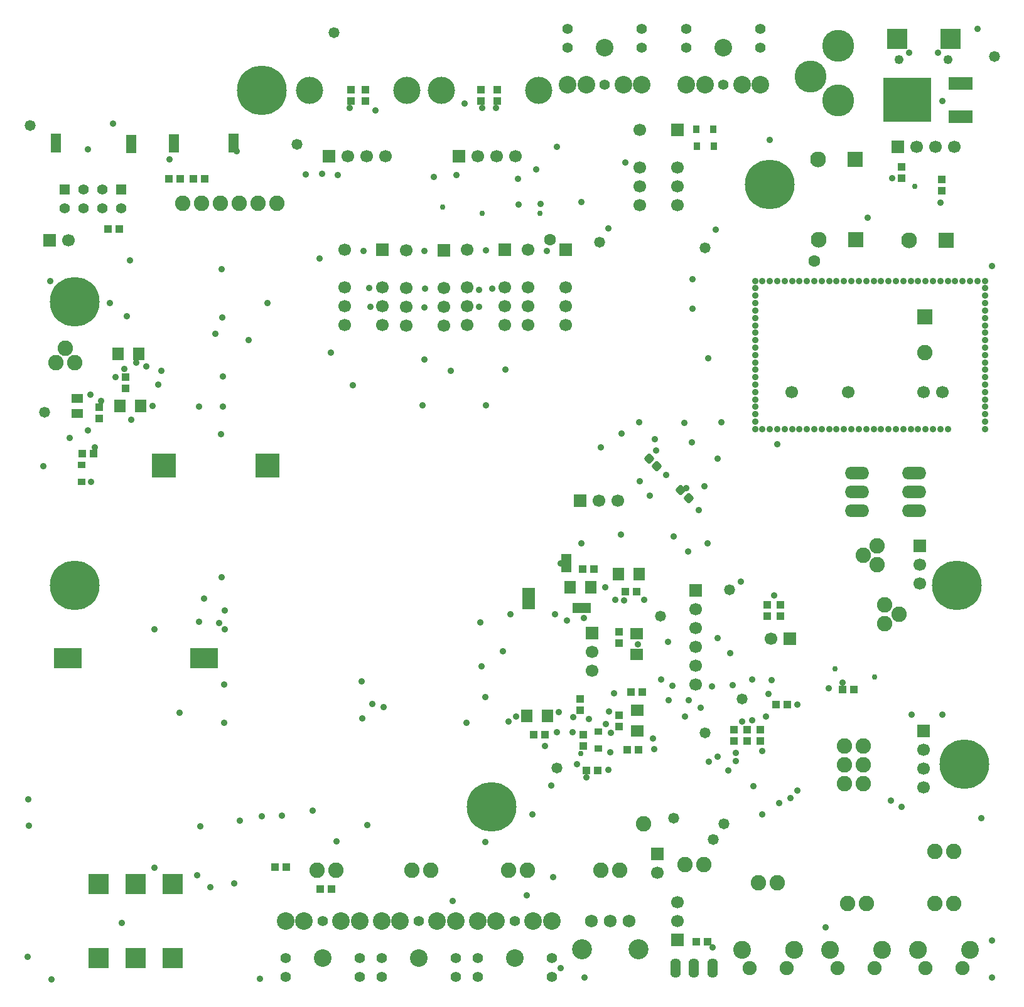
<source format=gbs>
G04 Layer_Color=16711935*
%FSLAX24Y24*%
%MOIN*%
G70*
G01*
G75*
%ADD90C,0.0000*%
G04:AMPARAMS|DCode=125|XSize=42.9mil|YSize=42.9mil|CornerRadius=8.3mil|HoleSize=0mil|Usage=FLASHONLY|Rotation=270.000|XOffset=0mil|YOffset=0mil|HoleType=Round|Shape=RoundedRectangle|*
%AMROUNDEDRECTD125*
21,1,0.0429,0.0262,0,0,270.0*
21,1,0.0262,0.0429,0,0,270.0*
1,1,0.0166,-0.0131,-0.0131*
1,1,0.0166,-0.0131,0.0131*
1,1,0.0166,0.0131,0.0131*
1,1,0.0166,0.0131,-0.0131*
%
%ADD125ROUNDEDRECTD125*%
G04:AMPARAMS|DCode=126|XSize=42.9mil|YSize=42.9mil|CornerRadius=8.3mil|HoleSize=0mil|Usage=FLASHONLY|Rotation=0.000|XOffset=0mil|YOffset=0mil|HoleType=Round|Shape=RoundedRectangle|*
%AMROUNDEDRECTD126*
21,1,0.0429,0.0262,0,0,0.0*
21,1,0.0262,0.0429,0,0,0.0*
1,1,0.0166,0.0131,-0.0131*
1,1,0.0166,-0.0131,-0.0131*
1,1,0.0166,-0.0131,0.0131*
1,1,0.0166,0.0131,0.0131*
%
%ADD126ROUNDEDRECTD126*%
%ADD131R,0.0630X0.0709*%
%ADD134R,0.0329X0.0579*%
%ADD136R,0.0406X0.0327*%
%ADD139R,0.0327X0.0406*%
%ADD146C,0.2638*%
%ADD147C,0.0669*%
%ADD148R,0.0669X0.0669*%
%ADD149R,0.0669X0.0669*%
%ADD150R,0.0819X0.0819*%
%ADD151C,0.0819*%
%ADD152R,0.1260X0.1260*%
%ADD153R,0.1496X0.1102*%
%ADD154R,0.1079X0.1079*%
%ADD155O,0.0559X0.1039*%
%ADD156C,0.0551*%
%ADD157C,0.0939*%
%ADD158O,0.1279X0.0679*%
%ADD159C,0.0839*%
%ADD160R,0.0839X0.0839*%
%ADD161C,0.0354*%
%ADD162C,0.0492*%
%ADD163R,0.1063X0.1063*%
%ADD164C,0.0551*%
%ADD165R,0.0551X0.0551*%
%ADD166C,0.1444*%
%ADD167C,0.1699*%
%ADD168C,0.0679*%
%ADD169C,0.0748*%
%ADD170C,0.0945*%
%ADD171C,0.0669*%
%ADD172C,0.0472*%
%ADD173C,0.1063*%
%ADD174R,0.0159X0.0329*%
%ADD175R,0.0709X0.0539*%
G04:AMPARAMS|DCode=176|XSize=42.9mil|YSize=42.9mil|CornerRadius=8.3mil|HoleSize=0mil|Usage=FLASHONLY|Rotation=315.000|XOffset=0mil|YOffset=0mil|HoleType=Round|Shape=RoundedRectangle|*
%AMROUNDEDRECTD176*
21,1,0.0429,0.0262,0,0,315.0*
21,1,0.0262,0.0429,0,0,315.0*
1,1,0.0166,0.0000,-0.0186*
1,1,0.0166,-0.0186,0.0000*
1,1,0.0166,0.0000,0.0186*
1,1,0.0166,0.0186,0.0000*
%
%ADD176ROUNDEDRECTD176*%
G04:AMPARAMS|DCode=177|XSize=47.9mil|YSize=62.9mil|CornerRadius=8.9mil|HoleSize=0mil|Usage=FLASHONLY|Rotation=90.000|XOffset=0mil|YOffset=0mil|HoleType=Round|Shape=RoundedRectangle|*
%AMROUNDEDRECTD177*
21,1,0.0479,0.0450,0,0,90.0*
21,1,0.0300,0.0629,0,0,90.0*
1,1,0.0179,0.0225,0.0150*
1,1,0.0179,0.0225,-0.0150*
1,1,0.0179,-0.0225,-0.0150*
1,1,0.0179,-0.0225,0.0150*
%
%ADD177ROUNDEDRECTD177*%
%ADD178R,0.0579X0.0329*%
%ADD179R,0.1260X0.0709*%
%ADD180R,0.2520X0.2362*%
%ADD181R,0.0709X0.0630*%
%ADD182C,0.0295*%
%ADD183C,0.0354*%
%ADD184C,0.0579*%
%ADD185C,0.0630*%
G36*
X27279Y20031D02*
X26619D01*
Y21031D01*
X27279D01*
Y20031D01*
D02*
G37*
D90*
X41493Y1870D02*
G03*
X41493Y1870I-450J0D01*
G01*
X39031Y886D02*
G03*
X39031Y886I-350J0D01*
G01*
X41000D02*
G03*
X41000Y886I-350J0D01*
G01*
X38737Y1870D02*
G03*
X38737Y1870I-450J0D01*
G01*
X46169Y1870D02*
G03*
X46169Y1870I-450J0D01*
G01*
X43706Y886D02*
G03*
X43706Y886I-350J0D01*
G01*
X45675D02*
G03*
X45675Y886I-350J0D01*
G01*
X43413Y1870D02*
G03*
X43413Y1870I-450J0D01*
G01*
X48088D02*
G03*
X48088Y1870I-450J0D01*
G01*
X50350Y886D02*
G03*
X50350Y886I-350J0D01*
G01*
X48381D02*
G03*
X48381Y886I-350J0D01*
G01*
X50844Y1870D02*
G03*
X50844Y1870I-450J0D01*
G01*
D125*
X17520Y46964D02*
D03*
Y47564D02*
D03*
X18307Y46964D02*
D03*
Y47564D02*
D03*
X24409Y46964D02*
D03*
Y47564D02*
D03*
X25295Y46964D02*
D03*
Y47564D02*
D03*
X39630Y20200D02*
D03*
Y19600D02*
D03*
X40320Y19590D02*
D03*
Y20190D02*
D03*
X5542Y32290D02*
D03*
Y31690D02*
D03*
X4164Y30076D02*
D03*
Y30676D02*
D03*
X38563Y13568D02*
D03*
Y12968D02*
D03*
X37874Y13568D02*
D03*
Y12968D02*
D03*
X31747Y18163D02*
D03*
Y18763D02*
D03*
X39252Y12968D02*
D03*
Y13568D02*
D03*
X29843Y12692D02*
D03*
Y13292D02*
D03*
X29700Y15200D02*
D03*
Y14600D02*
D03*
X31747Y14334D02*
D03*
Y13734D02*
D03*
X46772Y42850D02*
D03*
Y43450D02*
D03*
X48878Y42180D02*
D03*
Y42780D02*
D03*
D126*
X9749Y42815D02*
D03*
X9149D02*
D03*
X8469D02*
D03*
X7869D02*
D03*
X15881Y5079D02*
D03*
X16481D02*
D03*
X5221Y40157D02*
D03*
X4621D02*
D03*
X3257Y28215D02*
D03*
X3857D02*
D03*
X43610Y15700D02*
D03*
X44210D02*
D03*
X32377Y15551D02*
D03*
X32977D02*
D03*
X32195Y12499D02*
D03*
X32795D02*
D03*
X14080Y6260D02*
D03*
X13480D02*
D03*
X40690Y14890D02*
D03*
X40090D02*
D03*
X30433Y22085D02*
D03*
X29833D02*
D03*
X32077Y20904D02*
D03*
X32677D02*
D03*
X30630Y11396D02*
D03*
X30030D02*
D03*
X27215Y13306D02*
D03*
X27815D02*
D03*
X35842Y2283D02*
D03*
X36442D02*
D03*
D131*
X31728Y21830D02*
D03*
X32830D02*
D03*
X5148Y33526D02*
D03*
X6250D02*
D03*
X5266Y30770D02*
D03*
X6369D02*
D03*
X27968Y14290D02*
D03*
X26865D02*
D03*
X30271Y21141D02*
D03*
X29168D02*
D03*
D134*
X29459Y20038D02*
D03*
X29779D02*
D03*
X30099D02*
D03*
D136*
X3233Y27622D02*
D03*
Y26717D02*
D03*
X30645Y12558D02*
D03*
Y13463D02*
D03*
D139*
X35866Y45453D02*
D03*
X36772D02*
D03*
X36791Y44567D02*
D03*
X35886D02*
D03*
D146*
X25000Y9449D02*
D03*
X2854Y21240D02*
D03*
X12795Y47539D02*
D03*
X50098Y11713D02*
D03*
X2854Y36280D02*
D03*
X49705Y21240D02*
D03*
X39764Y42520D02*
D03*
D147*
X33780Y5968D02*
D03*
X31680Y25727D02*
D03*
X30680D02*
D03*
X24248Y44016D02*
D03*
X25248D02*
D03*
X26248D02*
D03*
X17358D02*
D03*
X18358D02*
D03*
X19358D02*
D03*
X34843Y4402D02*
D03*
Y3402D02*
D03*
X39827Y18386D02*
D03*
X34843Y41437D02*
D03*
Y42437D02*
D03*
Y43437D02*
D03*
X32843Y41437D02*
D03*
Y42437D02*
D03*
Y43437D02*
D03*
Y45437D02*
D03*
X28937Y35059D02*
D03*
Y36059D02*
D03*
Y37059D02*
D03*
X26937Y35059D02*
D03*
Y36059D02*
D03*
Y37059D02*
D03*
Y39059D02*
D03*
X25689Y35059D02*
D03*
Y36059D02*
D03*
Y37059D02*
D03*
X23689Y35059D02*
D03*
Y36059D02*
D03*
Y37059D02*
D03*
Y39059D02*
D03*
X22472Y35028D02*
D03*
Y36028D02*
D03*
Y37028D02*
D03*
X20472Y35028D02*
D03*
Y36028D02*
D03*
Y37028D02*
D03*
Y39028D02*
D03*
X19193Y35059D02*
D03*
Y36059D02*
D03*
Y37059D02*
D03*
X17193Y35059D02*
D03*
Y36059D02*
D03*
Y37059D02*
D03*
Y39059D02*
D03*
X2535Y39567D02*
D03*
X47575Y44528D02*
D03*
X48575D02*
D03*
X49575D02*
D03*
X47913Y12504D02*
D03*
Y11504D02*
D03*
Y10504D02*
D03*
X35827Y15945D02*
D03*
Y16945D02*
D03*
Y17945D02*
D03*
Y18945D02*
D03*
Y19945D02*
D03*
X30330Y16700D02*
D03*
Y17700D02*
D03*
X47736Y21327D02*
D03*
Y22327D02*
D03*
D148*
X33780Y6969D02*
D03*
X34843Y2402D02*
D03*
X47913Y13504D02*
D03*
X35827Y20945D02*
D03*
X30330Y18700D02*
D03*
X47736Y23327D02*
D03*
D149*
X29680Y25727D02*
D03*
X23248Y44016D02*
D03*
X16358D02*
D03*
X40827Y18386D02*
D03*
X34843Y45437D02*
D03*
X28937Y39059D02*
D03*
X25689Y39059D02*
D03*
X22472Y39028D02*
D03*
X19193Y39059D02*
D03*
X1535Y39567D02*
D03*
X46575Y44528D02*
D03*
D150*
X47992Y35492D02*
D03*
D151*
Y33602D02*
D03*
X35248Y6378D02*
D03*
X36248D02*
D03*
X39165Y5413D02*
D03*
X40165D02*
D03*
X30799Y6102D02*
D03*
X31799D02*
D03*
X20760D02*
D03*
X21760D02*
D03*
X15732D02*
D03*
X16732D02*
D03*
X25878D02*
D03*
X26878D02*
D03*
X43890Y4331D02*
D03*
X44890D02*
D03*
X48516Y7087D02*
D03*
X49516D02*
D03*
X48516Y4331D02*
D03*
X49516D02*
D03*
X8594Y41538D02*
D03*
X9594D02*
D03*
X10594D02*
D03*
X11594D02*
D03*
X12594D02*
D03*
X13594D02*
D03*
X44713Y10693D02*
D03*
X43713D02*
D03*
X44713Y11693D02*
D03*
X43713D02*
D03*
X44713Y12693D02*
D03*
X43713D02*
D03*
X33071Y8563D02*
D03*
X45472Y23335D02*
D03*
X44722Y22835D02*
D03*
X45472Y22335D02*
D03*
X45866Y19185D02*
D03*
X46616Y19685D02*
D03*
X45866Y20185D02*
D03*
X2862Y33071D02*
D03*
X2362Y33821D02*
D03*
X1862Y33071D02*
D03*
D152*
X7579Y27598D02*
D03*
X13091D02*
D03*
D153*
X9724Y17362D02*
D03*
X2480D02*
D03*
D154*
X6102Y5354D02*
D03*
X8071Y1417D02*
D03*
X6102D02*
D03*
X4134D02*
D03*
X4134Y5354D02*
D03*
X8071D02*
D03*
D155*
X35728Y875D02*
D03*
X36712D02*
D03*
X34744D02*
D03*
D156*
X26220Y3386D02*
D03*
X28189Y1417D02*
D03*
Y433D02*
D03*
X24252D02*
D03*
Y1417D02*
D03*
X21122Y3386D02*
D03*
X23091Y1417D02*
D03*
Y433D02*
D03*
X19154D02*
D03*
Y1417D02*
D03*
X16024Y3386D02*
D03*
X17992Y1417D02*
D03*
Y433D02*
D03*
X14055D02*
D03*
Y1417D02*
D03*
X31004Y47835D02*
D03*
X29035Y49803D02*
D03*
Y50787D02*
D03*
X32972D02*
D03*
Y49803D02*
D03*
X37303Y47835D02*
D03*
X35335Y49803D02*
D03*
Y50787D02*
D03*
X39272D02*
D03*
Y49803D02*
D03*
D157*
X28189Y3386D02*
D03*
X27205D02*
D03*
X24252D02*
D03*
X25236D02*
D03*
X26220Y1417D02*
D03*
X23091Y3386D02*
D03*
X22106D02*
D03*
X19154D02*
D03*
X20138D02*
D03*
X21122Y1417D02*
D03*
X17992Y3386D02*
D03*
X17008D02*
D03*
X14055D02*
D03*
X15039D02*
D03*
X16024Y1417D02*
D03*
X29035Y47835D02*
D03*
X30020D02*
D03*
X32972D02*
D03*
X31988D02*
D03*
X31004Y49803D02*
D03*
X35335Y47835D02*
D03*
X36319D02*
D03*
X39272D02*
D03*
X38287D02*
D03*
X37303Y49803D02*
D03*
D158*
X44390Y27181D02*
D03*
Y26181D02*
D03*
Y25181D02*
D03*
X47441D02*
D03*
Y26181D02*
D03*
Y27181D02*
D03*
D159*
X42323Y43858D02*
D03*
X42362Y39587D02*
D03*
X47165Y39547D02*
D03*
D160*
X44291Y43858D02*
D03*
X44331Y39587D02*
D03*
X49134Y39547D02*
D03*
D161*
X47165Y49508D02*
D03*
X48701D02*
D03*
D162*
X46634Y49154D02*
D03*
X49232D02*
D03*
D163*
X49350Y50256D02*
D03*
X46516D02*
D03*
D164*
X5333Y41269D02*
D03*
X2333D02*
D03*
X3333D02*
D03*
X4333D02*
D03*
Y42269D02*
D03*
X3333D02*
D03*
D165*
X5333D02*
D03*
X2333D02*
D03*
D166*
X15328Y47524D02*
D03*
X20498D02*
D03*
X22317D02*
D03*
X27487D02*
D03*
D167*
X43406Y46997D02*
D03*
X43396Y49879D02*
D03*
X41925Y48248D02*
D03*
D168*
X32299Y3407D02*
D03*
X31299D02*
D03*
X30299D02*
D03*
D169*
X40650Y886D02*
D03*
X38681D02*
D03*
X45325D02*
D03*
X43356D02*
D03*
X48031D02*
D03*
X50000D02*
D03*
D170*
X41043Y1870D02*
D03*
X38287D02*
D03*
X45719D02*
D03*
X42963D02*
D03*
X47638D02*
D03*
X50394D02*
D03*
D171*
X48936Y31499D02*
D03*
X47936D02*
D03*
X43936D02*
D03*
X40936D02*
D03*
D172*
X24114Y9449D02*
D03*
X25000Y10335D02*
D03*
X25886Y9449D02*
D03*
X25000Y8563D02*
D03*
X24409Y8858D02*
D03*
Y10039D02*
D03*
X25591D02*
D03*
Y8858D02*
D03*
X3445Y20650D02*
D03*
Y21831D02*
D03*
X2264D02*
D03*
Y20650D02*
D03*
X2854Y20354D02*
D03*
X3740Y21240D02*
D03*
X2854Y22126D02*
D03*
X1969Y21240D02*
D03*
X11909Y47539D02*
D03*
X12795Y48425D02*
D03*
X13681Y47539D02*
D03*
X12795Y46654D02*
D03*
X12205Y46949D02*
D03*
Y48130D02*
D03*
X13386D02*
D03*
Y46949D02*
D03*
X49508Y11122D02*
D03*
X50689D02*
D03*
Y12303D02*
D03*
X49508D02*
D03*
X49213Y11713D02*
D03*
X50098Y10827D02*
D03*
X50984Y11713D02*
D03*
X50098Y12598D02*
D03*
X2854Y37165D02*
D03*
X3740Y36280D02*
D03*
X2854Y35394D02*
D03*
X1969Y36280D02*
D03*
X2264Y36870D02*
D03*
X3445D02*
D03*
Y35689D02*
D03*
X2264D02*
D03*
X49114Y20650D02*
D03*
X50295D02*
D03*
Y21831D02*
D03*
X49114D02*
D03*
X48819Y21240D02*
D03*
X49705Y20354D02*
D03*
X50591Y21240D02*
D03*
X49705Y22126D02*
D03*
X39764Y43406D02*
D03*
X40650Y42520D02*
D03*
X39764Y41634D02*
D03*
X38878Y42520D02*
D03*
X39173Y43110D02*
D03*
X40354D02*
D03*
Y41929D02*
D03*
X39173D02*
D03*
D173*
X32799Y1907D02*
D03*
X29799D02*
D03*
D174*
X26949Y20531D02*
D03*
D175*
Y20231D02*
D03*
Y20831D02*
D03*
D176*
X33351Y27968D02*
D03*
X33775Y27544D02*
D03*
X35448Y25871D02*
D03*
X35024Y26295D02*
D03*
D177*
X2983Y31170D02*
D03*
Y30370D02*
D03*
D178*
X1850Y45044D02*
D03*
Y44724D02*
D03*
Y44404D02*
D03*
X5866Y44365D02*
D03*
Y44685D02*
D03*
Y45005D02*
D03*
X8110Y45025D02*
D03*
Y44705D02*
D03*
Y44385D02*
D03*
X11299Y44404D02*
D03*
Y44724D02*
D03*
Y45044D02*
D03*
X28952Y22720D02*
D03*
Y22400D02*
D03*
Y22080D02*
D03*
D179*
X49882Y47905D02*
D03*
Y46110D02*
D03*
D180*
X47055Y47008D02*
D03*
D181*
X32712Y14585D02*
D03*
Y13483D02*
D03*
X32692Y17558D02*
D03*
Y18660D02*
D03*
D182*
X43240Y16790D02*
D03*
X45340Y16360D02*
D03*
X29710Y12280D02*
D03*
X47480Y47963D02*
D03*
X46093Y47362D02*
D03*
X46004Y46004D02*
D03*
X47461Y46594D02*
D03*
X48100Y46654D02*
D03*
X47490Y47441D02*
D03*
X47451Y42431D02*
D03*
X22382Y41339D02*
D03*
X27569Y40994D02*
D03*
X24488D02*
D03*
D183*
X29330Y14210D02*
D03*
X32760Y18090D02*
D03*
X35443Y15118D02*
D03*
X38829Y14055D02*
D03*
X39872Y16181D02*
D03*
X43617Y16049D02*
D03*
X39542Y14252D02*
D03*
X33740Y28406D02*
D03*
X37953Y12333D02*
D03*
X29879Y19499D02*
D03*
X7444Y32638D02*
D03*
X6663Y32844D02*
D03*
X7884Y43858D02*
D03*
X40000Y20694D02*
D03*
X39350Y12441D02*
D03*
X2589Y29045D02*
D03*
X39695Y15453D02*
D03*
X50000Y37402D02*
D03*
X49606D02*
D03*
X36298Y26476D02*
D03*
X33563Y13091D02*
D03*
X34646Y23819D02*
D03*
X34350Y18209D02*
D03*
X41240Y10335D02*
D03*
X40846Y9941D02*
D03*
X40256Y9646D02*
D03*
X39370Y9055D02*
D03*
X32087Y43701D02*
D03*
X15868Y38589D02*
D03*
X13091Y36220D02*
D03*
X12106Y34252D02*
D03*
X18386Y8504D02*
D03*
X31181Y40197D02*
D03*
X24508Y46585D02*
D03*
X3701Y31362D02*
D03*
X5851Y30022D02*
D03*
X3931Y28565D02*
D03*
X35669Y37480D02*
D03*
X23543Y46811D02*
D03*
X29764Y41575D02*
D03*
X27598Y41496D02*
D03*
X26417Y41460D02*
D03*
X24685Y30787D02*
D03*
X21339D02*
D03*
X25709Y32677D02*
D03*
X8425Y14449D02*
D03*
X3740Y26732D02*
D03*
X18818Y46453D02*
D03*
X17458Y46605D02*
D03*
X6998Y30770D02*
D03*
X6138Y33059D02*
D03*
X17638Y31859D02*
D03*
X47308Y14369D02*
D03*
X38284Y13978D02*
D03*
X46200Y9790D02*
D03*
X33648Y28979D02*
D03*
X36978Y18419D02*
D03*
X4258Y31029D02*
D03*
X48917Y46961D02*
D03*
X31297Y12367D02*
D03*
X31481Y15491D02*
D03*
X28658Y22400D02*
D03*
X34408Y15109D02*
D03*
X35995Y25211D02*
D03*
X34252Y27106D02*
D03*
X36712Y2004D02*
D03*
X48839Y41555D02*
D03*
X5478Y32739D02*
D03*
X37798Y15929D02*
D03*
X29754Y23448D02*
D03*
X28986Y19369D02*
D03*
X25238Y46605D02*
D03*
X35433Y23031D02*
D03*
X37653Y17639D02*
D03*
X44958Y40759D02*
D03*
X3557Y29469D02*
D03*
X37548Y11399D02*
D03*
X36988Y12129D02*
D03*
X36696Y15846D02*
D03*
X18078Y16110D02*
D03*
X9718Y20519D02*
D03*
X11448Y44299D02*
D03*
X4892Y45748D02*
D03*
X35261Y14272D02*
D03*
X36528Y11849D02*
D03*
X28162Y10579D02*
D03*
X34008Y16226D02*
D03*
X33108Y20473D02*
D03*
X10518Y19239D02*
D03*
X34588Y15899D02*
D03*
X42898Y15768D02*
D03*
X41235Y14902D02*
D03*
X27837Y12684D02*
D03*
X36102Y14724D02*
D03*
X33386Y25984D02*
D03*
X31850Y23923D02*
D03*
X3548Y44404D02*
D03*
X16457Y33583D02*
D03*
X18110Y14173D02*
D03*
X21417Y33228D02*
D03*
X22913Y4449D02*
D03*
X26850Y4764D02*
D03*
X22835Y32638D02*
D03*
X19252Y14764D02*
D03*
X18661Y14921D02*
D03*
X38898Y10551D02*
D03*
X37953Y11890D02*
D03*
X33622Y12520D02*
D03*
X5039Y32283D02*
D03*
X10315Y34606D02*
D03*
X36496Y33307D02*
D03*
X36457Y23465D02*
D03*
X38228Y21417D02*
D03*
X30157Y14134D02*
D03*
X38819Y16218D02*
D03*
X28465Y13425D02*
D03*
X29291D02*
D03*
X31339Y13386D02*
D03*
X31220Y14528D02*
D03*
X28543Y14488D02*
D03*
X31575Y20472D02*
D03*
X31020Y21120D02*
D03*
X7283Y31890D02*
D03*
X42717Y3051D02*
D03*
X46752Y9449D02*
D03*
X1181Y27559D02*
D03*
X39370Y29528D02*
D03*
X39764D02*
D03*
X40157D02*
D03*
X40551D02*
D03*
X40945D02*
D03*
X41339D02*
D03*
X41732D02*
D03*
X42126D02*
D03*
X42520D02*
D03*
X42913D02*
D03*
X43307D02*
D03*
X43701D02*
D03*
X44094D02*
D03*
X44882D02*
D03*
X44488D02*
D03*
X45276D02*
D03*
X45669D02*
D03*
X46063D02*
D03*
X46457D02*
D03*
X46850D02*
D03*
X47244D02*
D03*
X47638D02*
D03*
X48032D02*
D03*
X48425D02*
D03*
X49213D02*
D03*
X48819D02*
D03*
X38976D02*
D03*
Y29921D02*
D03*
Y30315D02*
D03*
Y30709D02*
D03*
Y31102D02*
D03*
Y31496D02*
D03*
Y31890D02*
D03*
Y32283D02*
D03*
Y32677D02*
D03*
Y33071D02*
D03*
Y33465D02*
D03*
Y33858D02*
D03*
Y34252D02*
D03*
Y34646D02*
D03*
Y35039D02*
D03*
Y35433D02*
D03*
Y35827D02*
D03*
X40945Y37402D02*
D03*
X40551D02*
D03*
X41339D02*
D03*
X41732D02*
D03*
X42126D02*
D03*
X42520D02*
D03*
X42913D02*
D03*
X43307D02*
D03*
X43701D02*
D03*
X44094D02*
D03*
X46063D02*
D03*
X46457D02*
D03*
X46850D02*
D03*
X47244D02*
D03*
X47638D02*
D03*
X48032D02*
D03*
X48425D02*
D03*
X48819D02*
D03*
X49213D02*
D03*
X51181Y35827D02*
D03*
Y35433D02*
D03*
Y35039D02*
D03*
Y34646D02*
D03*
Y34252D02*
D03*
Y33858D02*
D03*
Y33465D02*
D03*
Y33071D02*
D03*
Y32677D02*
D03*
Y32283D02*
D03*
Y31890D02*
D03*
Y31496D02*
D03*
Y31102D02*
D03*
Y30709D02*
D03*
Y30315D02*
D03*
Y29921D02*
D03*
Y29528D02*
D03*
X38976Y36220D02*
D03*
Y36614D02*
D03*
Y37008D02*
D03*
Y37402D02*
D03*
X39370D02*
D03*
X39764D02*
D03*
X40157D02*
D03*
X44488D02*
D03*
X44882D02*
D03*
X45276D02*
D03*
X45669D02*
D03*
X50394D02*
D03*
X50787D02*
D03*
X51181D02*
D03*
Y37008D02*
D03*
Y36614D02*
D03*
Y36220D02*
D03*
X30020Y11024D02*
D03*
X50984Y8858D02*
D03*
X48917Y14370D02*
D03*
X413Y8445D02*
D03*
X364Y1476D02*
D03*
X1614Y276D02*
D03*
X12697Y325D02*
D03*
X28661Y896D02*
D03*
X5374Y3307D02*
D03*
X7106Y6211D02*
D03*
X9350Y5817D02*
D03*
X10069Y5207D02*
D03*
X11309Y5394D02*
D03*
X16772Y7618D02*
D03*
X15502Y9252D02*
D03*
X13868Y9006D02*
D03*
X12795Y8957D02*
D03*
X11614Y8730D02*
D03*
X9528Y8415D02*
D03*
X10787Y13917D02*
D03*
Y15965D02*
D03*
X10837Y18888D02*
D03*
X10827Y19902D02*
D03*
X10659Y21644D02*
D03*
X10640Y29272D02*
D03*
X10738Y30709D02*
D03*
X10709Y32333D02*
D03*
X10689Y35463D02*
D03*
X10659Y38022D02*
D03*
X15128Y43071D02*
D03*
X15994Y43081D02*
D03*
X18189Y38986D02*
D03*
X21417Y38996D02*
D03*
X24705Y39035D02*
D03*
X27913Y39006D02*
D03*
X26378Y42835D02*
D03*
X27343Y43327D02*
D03*
X28445Y44518D02*
D03*
X36900Y40138D02*
D03*
X35669Y35935D02*
D03*
X30797Y28563D02*
D03*
X31890Y29281D02*
D03*
X32815Y29902D02*
D03*
X35226Y29872D02*
D03*
X37185Y29882D02*
D03*
X24390Y19252D02*
D03*
X24459Y16929D02*
D03*
X24646Y15276D02*
D03*
X23661Y13937D02*
D03*
X24675Y7589D02*
D03*
X18504Y37037D02*
D03*
X18563Y36024D02*
D03*
X21427Y35994D02*
D03*
X21457Y36988D02*
D03*
X24311Y36939D02*
D03*
X25039Y36978D02*
D03*
X24311Y36024D02*
D03*
X9449Y19291D02*
D03*
Y30709D02*
D03*
X394Y9843D02*
D03*
X7087Y18898D02*
D03*
X29921Y394D02*
D03*
X51575D02*
D03*
Y2362D02*
D03*
X50787Y50787D02*
D03*
X51575Y38189D02*
D03*
X37008Y27953D02*
D03*
X40157Y28740D02*
D03*
X25984Y19685D02*
D03*
X28346D02*
D03*
X25591Y17717D02*
D03*
X27165Y9055D02*
D03*
X39764Y44882D02*
D03*
X1575Y37402D02*
D03*
X4724Y36220D02*
D03*
X16831Y43012D02*
D03*
X21909Y42913D02*
D03*
X23110Y43041D02*
D03*
X29528Y11713D02*
D03*
X31201Y11417D02*
D03*
X26280Y14272D02*
D03*
X5807Y38484D02*
D03*
X5610Y35531D02*
D03*
X35630Y28839D02*
D03*
X32874Y26772D02*
D03*
X25886Y13976D02*
D03*
X28248Y5709D02*
D03*
X35335Y26378D02*
D03*
X31043Y13848D02*
D03*
X46250Y42854D02*
D03*
X32037Y20413D02*
D03*
D184*
X30709Y39469D02*
D03*
X36319Y39173D02*
D03*
X36339Y13386D02*
D03*
X38307Y15197D02*
D03*
X36772Y7717D02*
D03*
X28465Y11535D02*
D03*
X37638Y20984D02*
D03*
X33957Y19587D02*
D03*
X34646Y8858D02*
D03*
X51693Y49331D02*
D03*
X16634Y50591D02*
D03*
X14646Y44646D02*
D03*
X492Y45669D02*
D03*
X1260Y30433D02*
D03*
X37323Y8543D02*
D03*
D185*
X28091Y39587D02*
D03*
X42136Y38465D02*
D03*
M02*

</source>
